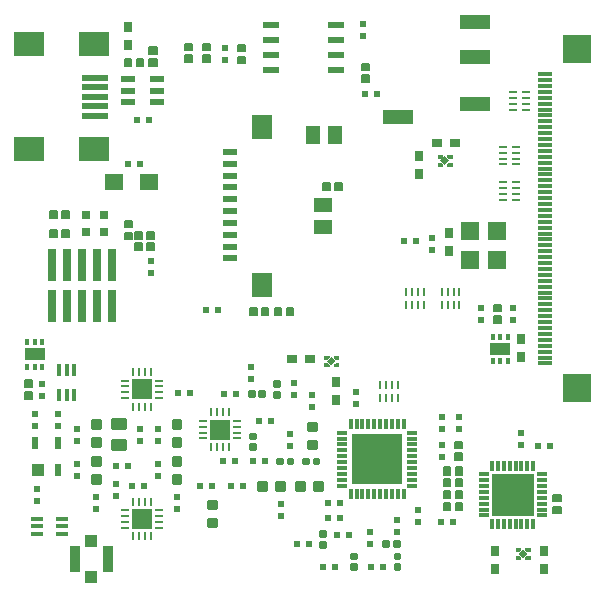
<source format=gtp>
G75*
G70*
%OFA0B0*%
%FSLAX24Y24*%
%IPPOS*%
%LPD*%
%AMOC8*
5,1,8,0,0,1.08239X$1,22.5*
%
%ADD10R,0.0138X0.0236*%
%ADD11R,0.0669X0.0433*%
%ADD12R,0.0236X0.0236*%
%ADD13C,0.0055*%
%ADD14R,0.0315X0.0354*%
%ADD15R,0.0098X0.0276*%
%ADD16R,0.0335X0.0118*%
%ADD17R,0.0118X0.0335*%
%ADD18R,0.1417X0.1417*%
%ADD19R,0.1673X0.1673*%
%ADD20R,0.0571X0.0236*%
%ADD21R,0.0472X0.0118*%
%ADD22R,0.0945X0.0945*%
%ADD23R,0.0984X0.0472*%
%ADD24R,0.0984X0.0787*%
%ADD25R,0.0906X0.0197*%
%ADD26R,0.0591X0.0630*%
%ADD27R,0.0630X0.0551*%
%ADD28C,0.0125*%
%ADD29C,0.0088*%
%ADD30R,0.0315X0.0098*%
%ADD31R,0.0098X0.0315*%
%ADD32R,0.0689X0.0689*%
%ADD33R,0.0413X0.0157*%
%ADD34R,0.0157X0.0413*%
%ADD35C,0.0100*%
%ADD36C,0.0004*%
%ADD37R,0.0205X0.0205*%
%ADD38R,0.0354X0.0315*%
%ADD39R,0.0335X0.0866*%
%ADD40R,0.0394X0.0413*%
%ADD41R,0.0472X0.0236*%
%ADD42R,0.0315X0.0315*%
%ADD43R,0.0413X0.0433*%
%ADD44R,0.0236X0.0433*%
%ADD45R,0.0276X0.0098*%
%ADD46R,0.0512X0.0591*%
%ADD47R,0.0591X0.0512*%
%ADD48R,0.0256X0.1091*%
%ADD49R,0.0512X0.0236*%
%ADD50R,0.0709X0.0787*%
D10*
X001740Y007533D03*
X001996Y007533D03*
X002252Y007533D03*
X002252Y008359D03*
X001996Y008359D03*
X001740Y008359D03*
X017260Y008540D03*
X017516Y008540D03*
X017772Y008540D03*
X017772Y007714D03*
X017516Y007714D03*
X017260Y007714D03*
D11*
X017516Y008127D03*
X001996Y007946D03*
D12*
X002244Y006969D03*
X002244Y006569D03*
X002004Y005957D03*
X002004Y005557D03*
X002791Y005557D03*
X002791Y005957D03*
X003421Y005445D03*
X003421Y005045D03*
X003421Y004303D03*
X003421Y003903D03*
X004051Y003201D03*
X004051Y002801D03*
X004721Y003234D03*
X004721Y003634D03*
X004717Y004222D03*
X005117Y004222D03*
X005245Y003576D03*
X005645Y003576D03*
X006098Y003903D03*
X006098Y004303D03*
X006098Y005045D03*
X006098Y005445D03*
X005508Y005445D03*
X005508Y005045D03*
X006769Y006670D03*
X007169Y006670D03*
X008300Y006623D03*
X008700Y006623D03*
X009209Y007132D03*
X009209Y007532D03*
X010626Y006981D03*
X010626Y006581D03*
X011256Y006587D03*
X011256Y006187D03*
X010508Y005288D03*
X010508Y004888D03*
X009881Y005718D03*
X009481Y005718D03*
X009284Y004379D03*
X009684Y004379D03*
X008661Y004379D03*
X008261Y004379D03*
X008536Y003552D03*
X008936Y003552D03*
X007913Y003552D03*
X007513Y003552D03*
X006728Y003201D03*
X006728Y002801D03*
X010193Y002965D03*
X010193Y002565D03*
X010741Y001623D03*
X011141Y001623D03*
X011607Y000875D03*
X012007Y000875D03*
X012080Y001938D03*
X012480Y001938D03*
X012165Y002489D03*
X011765Y002489D03*
X011765Y003001D03*
X012165Y003001D03*
X013185Y002020D03*
X013185Y001620D03*
X013221Y000875D03*
X013621Y000875D03*
X014091Y002014D03*
X014091Y002414D03*
X014760Y002368D03*
X014760Y002768D03*
X015544Y002371D03*
X015944Y002371D03*
X015587Y004533D03*
X015587Y004933D03*
X015587Y005478D03*
X015587Y005878D03*
X016138Y005878D03*
X016138Y005478D03*
X018224Y005327D03*
X018224Y004927D03*
X018772Y004891D03*
X019172Y004891D03*
X017949Y009100D03*
X017949Y009500D03*
X016886Y009500D03*
X016886Y009100D03*
X015232Y011423D03*
X015232Y011823D03*
X014724Y011741D03*
X014324Y011741D03*
X013424Y016623D03*
X013024Y016623D03*
X012949Y018549D03*
X012949Y018949D03*
X008343Y018162D03*
X008343Y017762D03*
X005802Y015757D03*
X005402Y015757D03*
X005503Y014300D03*
X005103Y014300D03*
X005862Y011075D03*
X005862Y010675D03*
X007709Y009418D03*
X008109Y009418D03*
X012724Y006705D03*
X012724Y006305D03*
X002083Y003477D03*
X002083Y003077D03*
D13*
X001903Y006473D02*
X001663Y006473D01*
X001663Y006695D01*
X001903Y006695D01*
X001903Y006473D01*
X001903Y006527D02*
X001663Y006527D01*
X001663Y006581D02*
X001903Y006581D01*
X001903Y006635D02*
X001663Y006635D01*
X001663Y006689D02*
X001903Y006689D01*
X001903Y006866D02*
X001663Y006866D01*
X001663Y007088D01*
X001903Y007088D01*
X001903Y006866D01*
X001903Y006920D02*
X001663Y006920D01*
X001663Y006974D02*
X001903Y006974D01*
X001903Y007028D02*
X001663Y007028D01*
X001663Y007082D02*
X001903Y007082D01*
X005358Y011424D02*
X005358Y011664D01*
X005580Y011664D01*
X005580Y011424D01*
X005358Y011424D01*
X005358Y011478D02*
X005580Y011478D01*
X005580Y011532D02*
X005358Y011532D01*
X005358Y011586D02*
X005580Y011586D01*
X005580Y011640D02*
X005358Y011640D01*
X005580Y011779D02*
X005580Y012019D01*
X005580Y011779D02*
X005358Y011779D01*
X005358Y012019D01*
X005580Y012019D01*
X005580Y011833D02*
X005358Y011833D01*
X005358Y011887D02*
X005580Y011887D01*
X005580Y011941D02*
X005358Y011941D01*
X005358Y011995D02*
X005580Y011995D01*
X005973Y012019D02*
X005973Y011779D01*
X005751Y011779D01*
X005751Y012019D01*
X005973Y012019D01*
X005973Y011833D02*
X005751Y011833D01*
X005751Y011887D02*
X005973Y011887D01*
X005973Y011941D02*
X005751Y011941D01*
X005751Y011995D02*
X005973Y011995D01*
X005751Y011664D02*
X005751Y011424D01*
X005751Y011664D02*
X005973Y011664D01*
X005973Y011424D01*
X005751Y011424D01*
X005751Y011478D02*
X005973Y011478D01*
X005973Y011532D02*
X005751Y011532D01*
X005751Y011586D02*
X005973Y011586D01*
X005973Y011640D02*
X005751Y011640D01*
X005234Y012010D02*
X004994Y012010D01*
X005234Y012010D02*
X005234Y011788D01*
X004994Y011788D01*
X004994Y012010D01*
X004994Y011842D02*
X005234Y011842D01*
X005234Y011896D02*
X004994Y011896D01*
X004994Y011950D02*
X005234Y011950D01*
X005234Y012004D02*
X004994Y012004D01*
X004994Y012403D02*
X005234Y012403D01*
X005234Y012181D01*
X004994Y012181D01*
X004994Y012403D01*
X004994Y012235D02*
X005234Y012235D01*
X005234Y012289D02*
X004994Y012289D01*
X004994Y012343D02*
X005234Y012343D01*
X005234Y012397D02*
X004994Y012397D01*
X002917Y012487D02*
X002917Y012727D01*
X003139Y012727D01*
X003139Y012487D01*
X002917Y012487D01*
X002917Y012541D02*
X003139Y012541D01*
X003139Y012595D02*
X002917Y012595D01*
X002917Y012649D02*
X003139Y012649D01*
X003139Y012703D02*
X002917Y012703D01*
X002523Y012727D02*
X002523Y012487D01*
X002523Y012727D02*
X002745Y012727D01*
X002745Y012487D01*
X002523Y012487D01*
X002523Y012541D02*
X002745Y012541D01*
X002745Y012595D02*
X002523Y012595D01*
X002523Y012649D02*
X002745Y012649D01*
X002745Y012703D02*
X002523Y012703D01*
X002523Y012097D02*
X002523Y011857D01*
X002523Y012097D02*
X002745Y012097D01*
X002745Y011857D01*
X002523Y011857D01*
X002523Y011911D02*
X002745Y011911D01*
X002745Y011965D02*
X002523Y011965D01*
X002523Y012019D02*
X002745Y012019D01*
X002745Y012073D02*
X002523Y012073D01*
X002917Y012097D02*
X002917Y011857D01*
X002917Y012097D02*
X003139Y012097D01*
X003139Y011857D01*
X002917Y011857D01*
X002917Y011911D02*
X003139Y011911D01*
X003139Y011965D02*
X002917Y011965D01*
X002917Y012019D02*
X003139Y012019D01*
X003139Y012073D02*
X002917Y012073D01*
X005225Y017566D02*
X005225Y017806D01*
X005225Y017566D02*
X005003Y017566D01*
X005003Y017806D01*
X005225Y017806D01*
X005225Y017620D02*
X005003Y017620D01*
X005003Y017674D02*
X005225Y017674D01*
X005225Y017728D02*
X005003Y017728D01*
X005003Y017782D02*
X005225Y017782D01*
X005619Y017806D02*
X005619Y017566D01*
X005397Y017566D01*
X005397Y017806D01*
X005619Y017806D01*
X005619Y017620D02*
X005397Y017620D01*
X005397Y017674D02*
X005619Y017674D01*
X005619Y017728D02*
X005397Y017728D01*
X005397Y017782D02*
X005619Y017782D01*
X005821Y017797D02*
X006061Y017797D01*
X006061Y017575D01*
X005821Y017575D01*
X005821Y017797D01*
X005821Y017629D02*
X006061Y017629D01*
X006061Y017683D02*
X005821Y017683D01*
X005821Y017737D02*
X006061Y017737D01*
X006061Y017791D02*
X005821Y017791D01*
X005821Y018191D02*
X006061Y018191D01*
X006061Y017969D01*
X005821Y017969D01*
X005821Y018191D01*
X005821Y018023D02*
X006061Y018023D01*
X006061Y018077D02*
X005821Y018077D01*
X005821Y018131D02*
X006061Y018131D01*
X006061Y018185D02*
X005821Y018185D01*
X007002Y018309D02*
X007242Y018309D01*
X007242Y018087D01*
X007002Y018087D01*
X007002Y018309D01*
X007002Y018141D02*
X007242Y018141D01*
X007242Y018195D02*
X007002Y018195D01*
X007002Y018249D02*
X007242Y018249D01*
X007242Y018303D02*
X007002Y018303D01*
X007002Y017915D02*
X007242Y017915D01*
X007242Y017693D01*
X007002Y017693D01*
X007002Y017915D01*
X007002Y017747D02*
X007242Y017747D01*
X007242Y017801D02*
X007002Y017801D01*
X007002Y017855D02*
X007242Y017855D01*
X007242Y017909D02*
X007002Y017909D01*
X007593Y017693D02*
X007833Y017693D01*
X007593Y017693D02*
X007593Y017915D01*
X007833Y017915D01*
X007833Y017693D01*
X007833Y017747D02*
X007593Y017747D01*
X007593Y017801D02*
X007833Y017801D01*
X007833Y017855D02*
X007593Y017855D01*
X007593Y017909D02*
X007833Y017909D01*
X007833Y018087D02*
X007593Y018087D01*
X007593Y018309D01*
X007833Y018309D01*
X007833Y018087D01*
X007833Y018141D02*
X007593Y018141D01*
X007593Y018195D02*
X007833Y018195D01*
X007833Y018249D02*
X007593Y018249D01*
X007593Y018303D02*
X007833Y018303D01*
X008774Y018048D02*
X009014Y018048D01*
X008774Y018048D02*
X008774Y018270D01*
X009014Y018270D01*
X009014Y018048D01*
X009014Y018102D02*
X008774Y018102D01*
X008774Y018156D02*
X009014Y018156D01*
X009014Y018210D02*
X008774Y018210D01*
X008774Y018264D02*
X009014Y018264D01*
X009014Y017654D02*
X008774Y017654D01*
X008774Y017876D01*
X009014Y017876D01*
X009014Y017654D01*
X009014Y017708D02*
X008774Y017708D01*
X008774Y017762D02*
X009014Y017762D01*
X009014Y017816D02*
X008774Y017816D01*
X008774Y017870D02*
X009014Y017870D01*
X012908Y017418D02*
X013148Y017418D01*
X012908Y017418D02*
X012908Y017640D01*
X013148Y017640D01*
X013148Y017418D01*
X013148Y017472D02*
X012908Y017472D01*
X012908Y017526D02*
X013148Y017526D01*
X013148Y017580D02*
X012908Y017580D01*
X012908Y017634D02*
X013148Y017634D01*
X013148Y017024D02*
X012908Y017024D01*
X012908Y017246D01*
X013148Y017246D01*
X013148Y017024D01*
X013148Y017078D02*
X012908Y017078D01*
X012908Y017132D02*
X013148Y017132D01*
X013148Y017186D02*
X012908Y017186D01*
X012908Y017240D02*
X013148Y017240D01*
X012233Y013672D02*
X012233Y013432D01*
X012011Y013432D01*
X012011Y013672D01*
X012233Y013672D01*
X012233Y013486D02*
X012011Y013486D01*
X012011Y013540D02*
X012233Y013540D01*
X012233Y013594D02*
X012011Y013594D01*
X012011Y013648D02*
X012233Y013648D01*
X011839Y013672D02*
X011839Y013432D01*
X011617Y013432D01*
X011617Y013672D01*
X011839Y013672D01*
X011839Y013486D02*
X011617Y013486D01*
X011617Y013540D02*
X011839Y013540D01*
X011839Y013594D02*
X011617Y013594D01*
X011617Y013648D02*
X011839Y013648D01*
X010619Y009499D02*
X010619Y009259D01*
X010397Y009259D01*
X010397Y009499D01*
X010619Y009499D01*
X010619Y009313D02*
X010397Y009313D01*
X010397Y009367D02*
X010619Y009367D01*
X010619Y009421D02*
X010397Y009421D01*
X010397Y009475D02*
X010619Y009475D01*
X010225Y009499D02*
X010225Y009259D01*
X010003Y009259D01*
X010003Y009499D01*
X010225Y009499D01*
X010225Y009313D02*
X010003Y009313D01*
X010003Y009367D02*
X010225Y009367D01*
X010225Y009421D02*
X010003Y009421D01*
X010003Y009475D02*
X010225Y009475D01*
X009792Y009499D02*
X009792Y009259D01*
X009570Y009259D01*
X009570Y009499D01*
X009792Y009499D01*
X009792Y009313D02*
X009570Y009313D01*
X009570Y009367D02*
X009792Y009367D01*
X009792Y009421D02*
X009570Y009421D01*
X009570Y009475D02*
X009792Y009475D01*
X009398Y009499D02*
X009398Y009259D01*
X009176Y009259D01*
X009176Y009499D01*
X009398Y009499D01*
X009398Y009313D02*
X009176Y009313D01*
X009176Y009367D02*
X009398Y009367D01*
X009398Y009421D02*
X009176Y009421D01*
X009176Y009475D02*
X009398Y009475D01*
X015855Y004184D02*
X015855Y003944D01*
X015633Y003944D01*
X015633Y004184D01*
X015855Y004184D01*
X015855Y003998D02*
X015633Y003998D01*
X015633Y004052D02*
X015855Y004052D01*
X015855Y004106D02*
X015633Y004106D01*
X015633Y004160D02*
X015855Y004160D01*
X016249Y004184D02*
X016249Y003944D01*
X016027Y003944D01*
X016027Y004184D01*
X016249Y004184D01*
X016249Y003998D02*
X016027Y003998D01*
X016027Y004052D02*
X016249Y004052D01*
X016249Y004106D02*
X016027Y004106D01*
X016027Y004160D02*
X016249Y004160D01*
X016258Y004425D02*
X016018Y004425D01*
X016018Y004647D01*
X016258Y004647D01*
X016258Y004425D01*
X016258Y004479D02*
X016018Y004479D01*
X016018Y004533D02*
X016258Y004533D01*
X016258Y004587D02*
X016018Y004587D01*
X016018Y004641D02*
X016258Y004641D01*
X016258Y004819D02*
X016018Y004819D01*
X016018Y005041D01*
X016258Y005041D01*
X016258Y004819D01*
X016258Y004873D02*
X016018Y004873D01*
X016018Y004927D02*
X016258Y004927D01*
X016258Y004981D02*
X016018Y004981D01*
X016018Y005035D02*
X016258Y005035D01*
X016249Y003790D02*
X016249Y003550D01*
X016027Y003550D01*
X016027Y003790D01*
X016249Y003790D01*
X016249Y003604D02*
X016027Y003604D01*
X016027Y003658D02*
X016249Y003658D01*
X016249Y003712D02*
X016027Y003712D01*
X016027Y003766D02*
X016249Y003766D01*
X016249Y003397D02*
X016249Y003157D01*
X016027Y003157D01*
X016027Y003397D01*
X016249Y003397D01*
X016249Y003211D02*
X016027Y003211D01*
X016027Y003265D02*
X016249Y003265D01*
X016249Y003319D02*
X016027Y003319D01*
X016027Y003373D02*
X016249Y003373D01*
X016249Y003003D02*
X016249Y002763D01*
X016027Y002763D01*
X016027Y003003D01*
X016249Y003003D01*
X016249Y002817D02*
X016027Y002817D01*
X016027Y002871D02*
X016249Y002871D01*
X016249Y002925D02*
X016027Y002925D01*
X016027Y002979D02*
X016249Y002979D01*
X015855Y003003D02*
X015855Y002763D01*
X015633Y002763D01*
X015633Y003003D01*
X015855Y003003D01*
X015855Y002817D02*
X015633Y002817D01*
X015633Y002871D02*
X015855Y002871D01*
X015855Y002925D02*
X015633Y002925D01*
X015633Y002979D02*
X015855Y002979D01*
X015855Y003157D02*
X015855Y003397D01*
X015855Y003157D02*
X015633Y003157D01*
X015633Y003397D01*
X015855Y003397D01*
X015855Y003211D02*
X015633Y003211D01*
X015633Y003265D02*
X015855Y003265D01*
X015855Y003319D02*
X015633Y003319D01*
X015633Y003373D02*
X015855Y003373D01*
X015855Y003550D02*
X015855Y003790D01*
X015855Y003550D02*
X015633Y003550D01*
X015633Y003790D01*
X015855Y003790D01*
X015855Y003604D02*
X015633Y003604D01*
X015633Y003658D02*
X015855Y003658D01*
X015855Y003712D02*
X015633Y003712D01*
X015633Y003766D02*
X015855Y003766D01*
X019286Y003048D02*
X019526Y003048D01*
X019286Y003048D02*
X019286Y003270D01*
X019526Y003270D01*
X019526Y003048D01*
X019526Y003102D02*
X019286Y003102D01*
X019286Y003156D02*
X019526Y003156D01*
X019526Y003210D02*
X019286Y003210D01*
X019286Y003264D02*
X019526Y003264D01*
X019526Y002654D02*
X019286Y002654D01*
X019286Y002876D01*
X019526Y002876D01*
X019526Y002654D01*
X019526Y002708D02*
X019286Y002708D01*
X019286Y002762D02*
X019526Y002762D01*
X019526Y002816D02*
X019286Y002816D01*
X019286Y002870D02*
X019526Y002870D01*
X017549Y009214D02*
X017309Y009214D01*
X017549Y009214D02*
X017549Y008992D01*
X017309Y008992D01*
X017309Y009214D01*
X017309Y009046D02*
X017549Y009046D01*
X017549Y009100D02*
X017309Y009100D01*
X017309Y009154D02*
X017549Y009154D01*
X017549Y009208D02*
X017309Y009208D01*
X017309Y009608D02*
X017549Y009608D01*
X017549Y009386D01*
X017309Y009386D01*
X017309Y009608D01*
X017309Y009440D02*
X017549Y009440D01*
X017549Y009494D02*
X017309Y009494D01*
X017309Y009548D02*
X017549Y009548D01*
X017549Y009602D02*
X017309Y009602D01*
D14*
X018221Y008478D03*
X018221Y007878D03*
X015823Y011402D03*
X015823Y012002D03*
X014799Y013961D03*
X014799Y014561D03*
X012043Y007041D03*
X012043Y006441D03*
X017358Y001411D03*
X017358Y000811D03*
X018972Y000811D03*
X018972Y001411D03*
X005114Y018252D03*
X005114Y018852D03*
D15*
X014386Y010029D03*
X014583Y010029D03*
X014780Y010029D03*
X014976Y010029D03*
X014976Y009596D03*
X014780Y009596D03*
X014583Y009596D03*
X014386Y009596D03*
X015567Y009596D03*
X015764Y009596D03*
X015961Y009596D03*
X016158Y009596D03*
X016158Y010029D03*
X015961Y010029D03*
X015764Y010029D03*
X015567Y010029D03*
X014095Y006934D03*
X013898Y006934D03*
X013701Y006934D03*
X013504Y006934D03*
X013504Y006501D03*
X013701Y006501D03*
X013898Y006501D03*
X014095Y006501D03*
D16*
X014579Y005340D03*
X014579Y005143D03*
X014579Y004946D03*
X014579Y004749D03*
X014579Y004552D03*
X014579Y004355D03*
X014579Y004159D03*
X014579Y003962D03*
X014579Y003765D03*
X014579Y003568D03*
X016965Y003564D03*
X016965Y003367D03*
X016965Y003170D03*
X016965Y002974D03*
X016965Y002777D03*
X016965Y002580D03*
X016965Y003761D03*
X016965Y003958D03*
X018894Y003958D03*
X018894Y003761D03*
X018894Y003564D03*
X018894Y003367D03*
X018894Y003170D03*
X018894Y002974D03*
X018894Y002777D03*
X018894Y002580D03*
X012256Y003568D03*
X012256Y003765D03*
X012256Y003962D03*
X012256Y004159D03*
X012256Y004355D03*
X012256Y004552D03*
X012256Y004749D03*
X012256Y004946D03*
X012256Y005143D03*
X012256Y005340D03*
D17*
X012532Y005615D03*
X012728Y005615D03*
X012925Y005615D03*
X013122Y005615D03*
X013319Y005615D03*
X013516Y005615D03*
X013713Y005615D03*
X013909Y005615D03*
X014106Y005615D03*
X014303Y005615D03*
X014303Y003292D03*
X014106Y003292D03*
X013909Y003292D03*
X013713Y003292D03*
X013516Y003292D03*
X013319Y003292D03*
X013122Y003292D03*
X012925Y003292D03*
X012728Y003292D03*
X012532Y003292D03*
X017240Y004233D03*
X017437Y004233D03*
X017634Y004233D03*
X017831Y004233D03*
X018028Y004233D03*
X018224Y004233D03*
X018421Y004233D03*
X018618Y004233D03*
X018618Y002304D03*
X018421Y002304D03*
X018224Y002304D03*
X018028Y002304D03*
X017831Y002304D03*
X017634Y002304D03*
X017437Y002304D03*
X017240Y002304D03*
D18*
X017929Y003269D03*
D19*
X013417Y004454D03*
D20*
X012055Y017440D03*
X012055Y017940D03*
X012055Y018440D03*
X012055Y018940D03*
X009890Y018940D03*
X009890Y018440D03*
X009890Y017940D03*
X009890Y017440D03*
D21*
X019002Y017292D03*
X019002Y017096D03*
X019002Y016899D03*
X019002Y016702D03*
X019002Y016505D03*
X019002Y016308D03*
X019002Y016111D03*
X019002Y015914D03*
X019002Y015718D03*
X019002Y015521D03*
X019002Y015324D03*
X019002Y015127D03*
X019002Y014930D03*
X019002Y014733D03*
X019002Y014536D03*
X019002Y014340D03*
X019002Y014143D03*
X019002Y013946D03*
X019002Y013749D03*
X019002Y013552D03*
X019002Y013355D03*
X019002Y013159D03*
X019002Y012962D03*
X019002Y012765D03*
X019002Y012568D03*
X019002Y012371D03*
X019002Y012174D03*
X019002Y011977D03*
X019002Y011781D03*
X019002Y011584D03*
X019002Y011387D03*
X019002Y011190D03*
X019002Y010993D03*
X019002Y010796D03*
X019002Y010599D03*
X019002Y010403D03*
X019002Y010206D03*
X019002Y010009D03*
X019002Y009812D03*
X019002Y009615D03*
X019002Y009418D03*
X019002Y009222D03*
X019002Y009025D03*
X019002Y008828D03*
X019002Y008631D03*
X019002Y008434D03*
X019002Y008237D03*
X019002Y008040D03*
X019002Y007844D03*
X019002Y007647D03*
D22*
X020065Y006820D03*
X020065Y018119D03*
D23*
X016669Y017863D03*
X016669Y019044D03*
X016669Y016288D03*
X014110Y015855D03*
D24*
X003980Y014781D03*
X001815Y014781D03*
X001815Y018285D03*
X003980Y018285D03*
D25*
X004020Y017162D03*
X004020Y016848D03*
X004020Y016533D03*
X004020Y016218D03*
X004020Y015903D03*
D26*
X016512Y012076D03*
X017417Y012076D03*
X017417Y011092D03*
X016512Y011092D03*
D27*
X005823Y013710D03*
X004642Y013710D03*
D28*
X010012Y007019D02*
X010012Y006893D01*
X010012Y007019D02*
X010138Y007019D01*
X010138Y006893D01*
X010012Y006893D01*
X010012Y007017D02*
X010138Y007017D01*
X010012Y006669D02*
X010012Y006543D01*
X010012Y006669D02*
X010138Y006669D01*
X010138Y006543D01*
X010012Y006543D01*
X010012Y006667D02*
X010138Y006667D01*
X009644Y006560D02*
X009518Y006560D01*
X009518Y006686D01*
X009644Y006686D01*
X009644Y006560D01*
X009644Y006684D02*
X009518Y006684D01*
X009294Y006560D02*
X009168Y006560D01*
X009168Y006686D01*
X009294Y006686D01*
X009294Y006560D01*
X009294Y006684D02*
X009168Y006684D01*
X009224Y005278D02*
X009224Y005152D01*
X009224Y005278D02*
X009350Y005278D01*
X009350Y005152D01*
X009224Y005152D01*
X009224Y005276D02*
X009350Y005276D01*
X009224Y004928D02*
X009224Y004802D01*
X009224Y004928D02*
X009350Y004928D01*
X009350Y004802D01*
X009224Y004802D01*
X009224Y004926D02*
X009350Y004926D01*
X010112Y004442D02*
X010238Y004442D01*
X010238Y004316D01*
X010112Y004316D01*
X010112Y004442D01*
X010112Y004440D02*
X010238Y004440D01*
X010462Y004442D02*
X010588Y004442D01*
X010588Y004316D01*
X010462Y004316D01*
X010462Y004442D01*
X010462Y004440D02*
X010588Y004440D01*
X010979Y004442D02*
X011105Y004442D01*
X011105Y004316D01*
X010979Y004316D01*
X010979Y004442D01*
X010979Y004440D02*
X011105Y004440D01*
X011329Y004442D02*
X011455Y004442D01*
X011455Y004316D01*
X011329Y004316D01*
X011329Y004442D01*
X011329Y004440D02*
X011455Y004440D01*
X011673Y002019D02*
X011673Y001893D01*
X011547Y001893D01*
X011547Y002019D01*
X011673Y002019D01*
X011673Y002017D02*
X011547Y002017D01*
X011673Y001669D02*
X011673Y001543D01*
X011547Y001543D01*
X011547Y001669D01*
X011673Y001669D01*
X011673Y001667D02*
X011547Y001667D01*
X012697Y001271D02*
X012697Y001145D01*
X012571Y001145D01*
X012571Y001271D01*
X012697Y001271D01*
X012697Y001269D02*
X012571Y001269D01*
X012697Y000921D02*
X012697Y000795D01*
X012571Y000795D01*
X012571Y000921D01*
X012697Y000921D01*
X012697Y000919D02*
X012571Y000919D01*
X013656Y001560D02*
X013782Y001560D01*
X013656Y001560D02*
X013656Y001686D01*
X013782Y001686D01*
X013782Y001560D01*
X013782Y001684D02*
X013656Y001684D01*
X014006Y001560D02*
X014132Y001560D01*
X014006Y001560D02*
X014006Y001686D01*
X014132Y001686D01*
X014132Y001560D01*
X014132Y001684D02*
X014006Y001684D01*
X014154Y001271D02*
X014154Y001145D01*
X014028Y001145D01*
X014028Y001271D01*
X014154Y001271D01*
X014154Y001269D02*
X014028Y001269D01*
X014154Y000921D02*
X014154Y000795D01*
X014028Y000795D01*
X014028Y000921D01*
X014154Y000921D01*
X014154Y000919D02*
X014028Y000919D01*
D29*
X011569Y003683D02*
X011307Y003683D01*
X011569Y003683D02*
X011569Y003421D01*
X011307Y003421D01*
X011307Y003683D01*
X011307Y003508D02*
X011569Y003508D01*
X011569Y003595D02*
X011307Y003595D01*
X011307Y003682D02*
X011569Y003682D01*
X010969Y003683D02*
X010707Y003683D01*
X010969Y003683D02*
X010969Y003421D01*
X010707Y003421D01*
X010707Y003683D01*
X010707Y003508D02*
X010969Y003508D01*
X010969Y003595D02*
X010707Y003595D01*
X010707Y003682D02*
X010969Y003682D01*
X010309Y003683D02*
X010047Y003683D01*
X010309Y003683D02*
X010309Y003421D01*
X010047Y003421D01*
X010047Y003683D01*
X010047Y003508D02*
X010309Y003508D01*
X010309Y003595D02*
X010047Y003595D01*
X010047Y003682D02*
X010309Y003682D01*
X009709Y003683D02*
X009447Y003683D01*
X009709Y003683D02*
X009709Y003421D01*
X009447Y003421D01*
X009447Y003683D01*
X009447Y003508D02*
X009709Y003508D01*
X009709Y003595D02*
X009447Y003595D01*
X009447Y003682D02*
X009709Y003682D01*
X011387Y004814D02*
X011387Y005076D01*
X011387Y004814D02*
X011125Y004814D01*
X011125Y005076D01*
X011387Y005076D01*
X011387Y004901D02*
X011125Y004901D01*
X011125Y004988D02*
X011387Y004988D01*
X011387Y005075D02*
X011125Y005075D01*
X011387Y005414D02*
X011387Y005676D01*
X011387Y005414D02*
X011125Y005414D01*
X011125Y005676D01*
X011387Y005676D01*
X011387Y005501D02*
X011125Y005501D01*
X011125Y005588D02*
X011387Y005588D01*
X011387Y005675D02*
X011125Y005675D01*
X008040Y003078D02*
X008040Y002816D01*
X007778Y002816D01*
X007778Y003078D01*
X008040Y003078D01*
X008040Y002903D02*
X007778Y002903D01*
X007778Y002990D02*
X008040Y002990D01*
X008040Y003077D02*
X007778Y003077D01*
X008040Y002478D02*
X008040Y002216D01*
X007778Y002216D01*
X007778Y002478D01*
X008040Y002478D01*
X008040Y002303D02*
X007778Y002303D01*
X007778Y002390D02*
X008040Y002390D01*
X008040Y002477D02*
X007778Y002477D01*
X006859Y003672D02*
X006859Y003934D01*
X006859Y003672D02*
X006597Y003672D01*
X006597Y003934D01*
X006859Y003934D01*
X006859Y003759D02*
X006597Y003759D01*
X006597Y003846D02*
X006859Y003846D01*
X006859Y003933D02*
X006597Y003933D01*
X006859Y004272D02*
X006859Y004534D01*
X006859Y004272D02*
X006597Y004272D01*
X006597Y004534D01*
X006859Y004534D01*
X006859Y004359D02*
X006597Y004359D01*
X006597Y004446D02*
X006859Y004446D01*
X006859Y004533D02*
X006597Y004533D01*
X006859Y004893D02*
X006859Y005155D01*
X006859Y004893D02*
X006597Y004893D01*
X006597Y005155D01*
X006859Y005155D01*
X006859Y004980D02*
X006597Y004980D01*
X006597Y005067D02*
X006859Y005067D01*
X006859Y005154D02*
X006597Y005154D01*
X006859Y005493D02*
X006859Y005755D01*
X006859Y005493D02*
X006597Y005493D01*
X006597Y005755D01*
X006859Y005755D01*
X006859Y005580D02*
X006597Y005580D01*
X006597Y005667D02*
X006859Y005667D01*
X006859Y005754D02*
X006597Y005754D01*
X004182Y005755D02*
X004182Y005493D01*
X003920Y005493D01*
X003920Y005755D01*
X004182Y005755D01*
X004182Y005580D02*
X003920Y005580D01*
X003920Y005667D02*
X004182Y005667D01*
X004182Y005754D02*
X003920Y005754D01*
X004182Y005155D02*
X004182Y004893D01*
X003920Y004893D01*
X003920Y005155D01*
X004182Y005155D01*
X004182Y004980D02*
X003920Y004980D01*
X003920Y005067D02*
X004182Y005067D01*
X004182Y005154D02*
X003920Y005154D01*
X004182Y004534D02*
X004182Y004272D01*
X003920Y004272D01*
X003920Y004534D01*
X004182Y004534D01*
X004182Y004359D02*
X003920Y004359D01*
X003920Y004446D02*
X004182Y004446D01*
X004182Y004533D02*
X003920Y004533D01*
X004182Y003934D02*
X004182Y003672D01*
X003920Y003672D01*
X003920Y003934D01*
X004182Y003934D01*
X004182Y003759D02*
X003920Y003759D01*
X003920Y003846D02*
X004182Y003846D01*
X004182Y003933D02*
X003920Y003933D01*
D30*
X005016Y002745D03*
X005016Y002548D03*
X005016Y002351D03*
X005016Y002155D03*
X006158Y002155D03*
X006158Y002351D03*
X006158Y002548D03*
X006158Y002745D03*
X007614Y005147D03*
X007614Y005344D03*
X007614Y005540D03*
X007614Y005737D03*
X008756Y005737D03*
X008756Y005540D03*
X008756Y005344D03*
X008756Y005147D03*
X006158Y006485D03*
X006158Y006682D03*
X006158Y006879D03*
X006158Y007076D03*
X005016Y007076D03*
X005016Y006879D03*
X005016Y006682D03*
X005016Y006485D03*
D31*
X005291Y006210D03*
X005488Y006210D03*
X005685Y006210D03*
X005882Y006210D03*
X005882Y007351D03*
X005685Y007351D03*
X005488Y007351D03*
X005291Y007351D03*
X007890Y006013D03*
X008087Y006013D03*
X008283Y006013D03*
X008480Y006013D03*
X008480Y004871D03*
X008283Y004871D03*
X008087Y004871D03*
X007890Y004871D03*
X005882Y003021D03*
X005685Y003021D03*
X005488Y003021D03*
X005291Y003021D03*
X005291Y001879D03*
X005488Y001879D03*
X005685Y001879D03*
X005882Y001879D03*
D32*
X005587Y002450D03*
X008185Y005442D03*
X005587Y006781D03*
D33*
X002071Y001958D03*
X002071Y002214D03*
X002071Y002470D03*
X002898Y002470D03*
X002898Y002214D03*
X002898Y001958D03*
D34*
X002811Y006603D03*
X003067Y006603D03*
X003323Y006603D03*
X003323Y007430D03*
X003067Y007430D03*
X002811Y007430D03*
D35*
X005024Y005785D02*
X005024Y005485D01*
X004574Y005485D01*
X004574Y005785D01*
X005024Y005785D01*
X005024Y005584D02*
X004574Y005584D01*
X004574Y005683D02*
X005024Y005683D01*
X005024Y005782D02*
X004574Y005782D01*
X005024Y005085D02*
X005024Y004785D01*
X004574Y004785D01*
X004574Y005085D01*
X005024Y005085D01*
X005024Y004884D02*
X004574Y004884D01*
X004574Y004983D02*
X005024Y004983D01*
X005024Y005082D02*
X004574Y005082D01*
D36*
X011650Y007546D02*
X011650Y007649D01*
X011744Y007649D01*
X011803Y007590D01*
X011803Y007546D01*
X011650Y007546D01*
X011650Y007547D02*
X011803Y007547D01*
X011803Y007549D02*
X011650Y007549D01*
X011650Y007552D02*
X011803Y007552D01*
X011803Y007554D02*
X011650Y007554D01*
X011650Y007557D02*
X011803Y007557D01*
X011803Y007559D02*
X011650Y007559D01*
X011650Y007561D02*
X011803Y007561D01*
X011803Y007564D02*
X011650Y007564D01*
X011650Y007566D02*
X011803Y007566D01*
X011803Y007569D02*
X011650Y007569D01*
X011650Y007571D02*
X011803Y007571D01*
X011803Y007574D02*
X011650Y007574D01*
X011650Y007576D02*
X011803Y007576D01*
X011803Y007578D02*
X011650Y007578D01*
X011650Y007581D02*
X011803Y007581D01*
X011803Y007583D02*
X011650Y007583D01*
X011650Y007586D02*
X011803Y007586D01*
X011803Y007588D02*
X011650Y007588D01*
X011650Y007591D02*
X011802Y007591D01*
X011800Y007593D02*
X011650Y007593D01*
X011650Y007596D02*
X011797Y007596D01*
X011795Y007598D02*
X011650Y007598D01*
X011650Y007600D02*
X011792Y007600D01*
X011790Y007603D02*
X011650Y007603D01*
X011650Y007605D02*
X011788Y007605D01*
X011785Y007608D02*
X011650Y007608D01*
X011650Y007610D02*
X011783Y007610D01*
X011780Y007613D02*
X011650Y007613D01*
X011650Y007615D02*
X011778Y007615D01*
X011775Y007617D02*
X011650Y007617D01*
X011650Y007620D02*
X011773Y007620D01*
X011770Y007622D02*
X011650Y007622D01*
X011650Y007625D02*
X011768Y007625D01*
X011766Y007627D02*
X011650Y007627D01*
X011650Y007630D02*
X011763Y007630D01*
X011761Y007632D02*
X011650Y007632D01*
X011650Y007635D02*
X011758Y007635D01*
X011756Y007637D02*
X011650Y007637D01*
X011650Y007639D02*
X011753Y007639D01*
X011751Y007642D02*
X011650Y007642D01*
X011650Y007644D02*
X011749Y007644D01*
X011746Y007647D02*
X011650Y007647D01*
X011650Y007802D02*
X011650Y007905D01*
X011803Y007905D01*
X011803Y007861D01*
X011650Y007861D01*
X011650Y007859D02*
X011801Y007859D01*
X011803Y007861D02*
X011744Y007802D01*
X011650Y007802D01*
X011650Y007803D02*
X011745Y007803D01*
X011747Y007805D02*
X011650Y007805D01*
X011650Y007808D02*
X011749Y007808D01*
X011752Y007810D02*
X011650Y007810D01*
X011650Y007812D02*
X011754Y007812D01*
X011757Y007815D02*
X011650Y007815D01*
X011650Y007817D02*
X011759Y007817D01*
X011762Y007820D02*
X011650Y007820D01*
X011650Y007822D02*
X011764Y007822D01*
X011767Y007825D02*
X011650Y007825D01*
X011650Y007827D02*
X011769Y007827D01*
X011771Y007830D02*
X011650Y007830D01*
X011650Y007832D02*
X011774Y007832D01*
X011776Y007834D02*
X011650Y007834D01*
X011650Y007837D02*
X011779Y007837D01*
X011781Y007839D02*
X011650Y007839D01*
X011650Y007842D02*
X011784Y007842D01*
X011786Y007844D02*
X011650Y007844D01*
X011650Y007847D02*
X011788Y007847D01*
X011791Y007849D02*
X011650Y007849D01*
X011650Y007851D02*
X011793Y007851D01*
X011796Y007854D02*
X011650Y007854D01*
X011650Y007856D02*
X011798Y007856D01*
X011803Y007864D02*
X011650Y007864D01*
X011650Y007866D02*
X011803Y007866D01*
X011803Y007869D02*
X011650Y007869D01*
X011650Y007871D02*
X011803Y007871D01*
X011803Y007873D02*
X011650Y007873D01*
X011650Y007876D02*
X011803Y007876D01*
X011803Y007878D02*
X011650Y007878D01*
X011650Y007881D02*
X011803Y007881D01*
X011803Y007883D02*
X011650Y007883D01*
X011650Y007886D02*
X011803Y007886D01*
X011803Y007888D02*
X011650Y007888D01*
X011650Y007890D02*
X011803Y007890D01*
X011803Y007893D02*
X011650Y007893D01*
X011650Y007895D02*
X011803Y007895D01*
X011803Y007898D02*
X011650Y007898D01*
X011650Y007900D02*
X011803Y007900D01*
X011803Y007903D02*
X011650Y007903D01*
X011969Y007903D02*
X012122Y007903D01*
X012122Y007905D02*
X012122Y007802D01*
X012028Y007802D01*
X011969Y007861D01*
X012122Y007861D01*
X012122Y007859D02*
X011971Y007859D01*
X011969Y007861D02*
X011969Y007905D01*
X012122Y007905D01*
X012122Y007900D02*
X011969Y007900D01*
X011969Y007898D02*
X012122Y007898D01*
X012122Y007895D02*
X011969Y007895D01*
X011969Y007893D02*
X012122Y007893D01*
X012122Y007890D02*
X011969Y007890D01*
X011969Y007888D02*
X012122Y007888D01*
X012122Y007886D02*
X011969Y007886D01*
X011969Y007883D02*
X012122Y007883D01*
X012122Y007881D02*
X011969Y007881D01*
X011969Y007878D02*
X012122Y007878D01*
X012122Y007876D02*
X011969Y007876D01*
X011969Y007873D02*
X012122Y007873D01*
X012122Y007871D02*
X011969Y007871D01*
X011969Y007869D02*
X012122Y007869D01*
X012122Y007866D02*
X011969Y007866D01*
X011969Y007864D02*
X012122Y007864D01*
X012122Y007856D02*
X011974Y007856D01*
X011976Y007854D02*
X012122Y007854D01*
X012122Y007851D02*
X011978Y007851D01*
X011981Y007849D02*
X012122Y007849D01*
X012122Y007847D02*
X011983Y007847D01*
X011986Y007844D02*
X012122Y007844D01*
X012122Y007842D02*
X011988Y007842D01*
X011991Y007839D02*
X012122Y007839D01*
X012122Y007837D02*
X011993Y007837D01*
X011995Y007834D02*
X012122Y007834D01*
X012122Y007832D02*
X011998Y007832D01*
X012000Y007830D02*
X012122Y007830D01*
X012122Y007827D02*
X012003Y007827D01*
X012005Y007825D02*
X012122Y007825D01*
X012122Y007822D02*
X012008Y007822D01*
X012010Y007820D02*
X012122Y007820D01*
X012122Y007817D02*
X012013Y007817D01*
X012015Y007815D02*
X012122Y007815D01*
X012122Y007812D02*
X012017Y007812D01*
X012020Y007810D02*
X012122Y007810D01*
X012122Y007808D02*
X012022Y007808D01*
X012025Y007805D02*
X012122Y007805D01*
X012122Y007803D02*
X012027Y007803D01*
X012028Y007649D02*
X012122Y007649D01*
X012122Y007546D01*
X011969Y007546D01*
X011969Y007590D01*
X012028Y007649D01*
X012026Y007647D02*
X012122Y007647D01*
X012122Y007644D02*
X012023Y007644D01*
X012021Y007642D02*
X012122Y007642D01*
X012122Y007639D02*
X012018Y007639D01*
X012016Y007637D02*
X012122Y007637D01*
X012122Y007635D02*
X012013Y007635D01*
X012011Y007632D02*
X012122Y007632D01*
X012122Y007630D02*
X012009Y007630D01*
X012006Y007627D02*
X012122Y007627D01*
X012122Y007625D02*
X012004Y007625D01*
X012001Y007622D02*
X012122Y007622D01*
X012122Y007620D02*
X011999Y007620D01*
X011996Y007617D02*
X012122Y007617D01*
X012122Y007615D02*
X011994Y007615D01*
X011991Y007613D02*
X012122Y007613D01*
X012122Y007610D02*
X011989Y007610D01*
X011987Y007608D02*
X012122Y007608D01*
X012122Y007605D02*
X011984Y007605D01*
X011982Y007603D02*
X012122Y007603D01*
X012122Y007600D02*
X011979Y007600D01*
X011977Y007598D02*
X012122Y007598D01*
X012122Y007596D02*
X011974Y007596D01*
X011972Y007593D02*
X012122Y007593D01*
X012122Y007591D02*
X011970Y007591D01*
X011969Y007588D02*
X012122Y007588D01*
X012122Y007586D02*
X011969Y007586D01*
X011969Y007583D02*
X012122Y007583D01*
X012122Y007581D02*
X011969Y007581D01*
X011969Y007578D02*
X012122Y007578D01*
X012122Y007576D02*
X011969Y007576D01*
X011969Y007574D02*
X012122Y007574D01*
X012122Y007571D02*
X011969Y007571D01*
X011969Y007569D02*
X012122Y007569D01*
X012122Y007566D02*
X011969Y007566D01*
X011969Y007564D02*
X012122Y007564D01*
X012122Y007561D02*
X011969Y007561D01*
X011969Y007559D02*
X012122Y007559D01*
X012122Y007557D02*
X011969Y007557D01*
X011969Y007554D02*
X012122Y007554D01*
X012122Y007552D02*
X011969Y007552D01*
X011969Y007549D02*
X012122Y007549D01*
X012122Y007547D02*
X011969Y007547D01*
X018028Y001487D02*
X018028Y001385D01*
X018122Y001385D01*
X018181Y001444D01*
X018028Y001444D01*
X018028Y001446D02*
X018181Y001446D01*
X018181Y001444D02*
X018181Y001487D01*
X018028Y001487D01*
X018028Y001485D02*
X018181Y001485D01*
X018181Y001483D02*
X018028Y001483D01*
X018028Y001480D02*
X018181Y001480D01*
X018181Y001478D02*
X018028Y001478D01*
X018028Y001476D02*
X018181Y001476D01*
X018181Y001473D02*
X018028Y001473D01*
X018028Y001471D02*
X018181Y001471D01*
X018181Y001468D02*
X018028Y001468D01*
X018028Y001466D02*
X018181Y001466D01*
X018181Y001463D02*
X018028Y001463D01*
X018028Y001461D02*
X018181Y001461D01*
X018181Y001459D02*
X018028Y001459D01*
X018028Y001456D02*
X018181Y001456D01*
X018181Y001454D02*
X018028Y001454D01*
X018028Y001451D02*
X018181Y001451D01*
X018181Y001449D02*
X018028Y001449D01*
X018028Y001441D02*
X018179Y001441D01*
X018176Y001439D02*
X018028Y001439D01*
X018028Y001437D02*
X018174Y001437D01*
X018171Y001434D02*
X018028Y001434D01*
X018028Y001432D02*
X018169Y001432D01*
X018166Y001429D02*
X018028Y001429D01*
X018028Y001427D02*
X018164Y001427D01*
X018162Y001424D02*
X018028Y001424D01*
X018028Y001422D02*
X018159Y001422D01*
X018157Y001420D02*
X018028Y001420D01*
X018028Y001417D02*
X018154Y001417D01*
X018152Y001415D02*
X018028Y001415D01*
X018028Y001412D02*
X018149Y001412D01*
X018147Y001410D02*
X018028Y001410D01*
X018028Y001407D02*
X018145Y001407D01*
X018142Y001405D02*
X018028Y001405D01*
X018028Y001402D02*
X018140Y001402D01*
X018137Y001400D02*
X018028Y001400D01*
X018028Y001398D02*
X018135Y001398D01*
X018132Y001395D02*
X018028Y001395D01*
X018028Y001393D02*
X018130Y001393D01*
X018127Y001390D02*
X018028Y001390D01*
X018028Y001388D02*
X018125Y001388D01*
X018123Y001385D02*
X018028Y001385D01*
X018028Y001231D02*
X018028Y001129D01*
X018181Y001129D01*
X018181Y001172D01*
X018122Y001231D01*
X018028Y001231D01*
X018028Y001229D02*
X018124Y001229D01*
X018126Y001227D02*
X018028Y001227D01*
X018028Y001225D02*
X018129Y001225D01*
X018131Y001222D02*
X018028Y001222D01*
X018028Y001220D02*
X018134Y001220D01*
X018136Y001217D02*
X018028Y001217D01*
X018028Y001215D02*
X018139Y001215D01*
X018141Y001212D02*
X018028Y001212D01*
X018028Y001210D02*
X018144Y001210D01*
X018146Y001207D02*
X018028Y001207D01*
X018028Y001205D02*
X018148Y001205D01*
X018151Y001203D02*
X018028Y001203D01*
X018028Y001200D02*
X018153Y001200D01*
X018156Y001198D02*
X018028Y001198D01*
X018028Y001195D02*
X018158Y001195D01*
X018161Y001193D02*
X018028Y001193D01*
X018028Y001190D02*
X018163Y001190D01*
X018165Y001188D02*
X018028Y001188D01*
X018028Y001186D02*
X018168Y001186D01*
X018170Y001183D02*
X018028Y001183D01*
X018028Y001181D02*
X018173Y001181D01*
X018175Y001178D02*
X018028Y001178D01*
X018028Y001176D02*
X018178Y001176D01*
X018180Y001173D02*
X018028Y001173D01*
X018028Y001171D02*
X018181Y001171D01*
X018181Y001169D02*
X018028Y001169D01*
X018028Y001166D02*
X018181Y001166D01*
X018181Y001164D02*
X018028Y001164D01*
X018028Y001161D02*
X018181Y001161D01*
X018181Y001159D02*
X018028Y001159D01*
X018028Y001156D02*
X018181Y001156D01*
X018181Y001154D02*
X018028Y001154D01*
X018028Y001151D02*
X018181Y001151D01*
X018181Y001149D02*
X018028Y001149D01*
X018028Y001147D02*
X018181Y001147D01*
X018181Y001144D02*
X018028Y001144D01*
X018028Y001142D02*
X018181Y001142D01*
X018181Y001139D02*
X018028Y001139D01*
X018028Y001137D02*
X018181Y001137D01*
X018181Y001134D02*
X018028Y001134D01*
X018028Y001132D02*
X018181Y001132D01*
X018181Y001130D02*
X018028Y001130D01*
X018346Y001130D02*
X018500Y001130D01*
X018500Y001129D02*
X018500Y001231D01*
X018406Y001231D01*
X018346Y001172D01*
X018346Y001129D01*
X018500Y001129D01*
X018500Y001132D02*
X018346Y001132D01*
X018346Y001134D02*
X018500Y001134D01*
X018500Y001137D02*
X018346Y001137D01*
X018346Y001139D02*
X018500Y001139D01*
X018500Y001142D02*
X018346Y001142D01*
X018346Y001144D02*
X018500Y001144D01*
X018500Y001147D02*
X018346Y001147D01*
X018346Y001149D02*
X018500Y001149D01*
X018500Y001151D02*
X018346Y001151D01*
X018346Y001154D02*
X018500Y001154D01*
X018500Y001156D02*
X018346Y001156D01*
X018346Y001159D02*
X018500Y001159D01*
X018500Y001161D02*
X018346Y001161D01*
X018346Y001164D02*
X018500Y001164D01*
X018500Y001166D02*
X018346Y001166D01*
X018346Y001169D02*
X018500Y001169D01*
X018500Y001171D02*
X018346Y001171D01*
X018348Y001173D02*
X018500Y001173D01*
X018500Y001176D02*
X018350Y001176D01*
X018352Y001178D02*
X018500Y001178D01*
X018500Y001181D02*
X018355Y001181D01*
X018357Y001183D02*
X018500Y001183D01*
X018500Y001186D02*
X018360Y001186D01*
X018362Y001188D02*
X018500Y001188D01*
X018500Y001190D02*
X018365Y001190D01*
X018367Y001193D02*
X018500Y001193D01*
X018500Y001195D02*
X018369Y001195D01*
X018372Y001198D02*
X018500Y001198D01*
X018500Y001200D02*
X018374Y001200D01*
X018377Y001203D02*
X018500Y001203D01*
X018500Y001205D02*
X018379Y001205D01*
X018382Y001207D02*
X018500Y001207D01*
X018500Y001210D02*
X018384Y001210D01*
X018387Y001212D02*
X018500Y001212D01*
X018500Y001215D02*
X018389Y001215D01*
X018391Y001217D02*
X018500Y001217D01*
X018500Y001220D02*
X018394Y001220D01*
X018396Y001222D02*
X018500Y001222D01*
X018500Y001225D02*
X018399Y001225D01*
X018401Y001227D02*
X018500Y001227D01*
X018500Y001229D02*
X018404Y001229D01*
X018406Y001385D02*
X018500Y001385D01*
X018500Y001487D01*
X018346Y001487D01*
X018346Y001444D01*
X018406Y001385D01*
X018405Y001385D02*
X018500Y001385D01*
X018500Y001388D02*
X018403Y001388D01*
X018400Y001390D02*
X018500Y001390D01*
X018500Y001393D02*
X018398Y001393D01*
X018395Y001395D02*
X018500Y001395D01*
X018500Y001398D02*
X018393Y001398D01*
X018390Y001400D02*
X018500Y001400D01*
X018500Y001402D02*
X018388Y001402D01*
X018386Y001405D02*
X018500Y001405D01*
X018500Y001407D02*
X018383Y001407D01*
X018381Y001410D02*
X018500Y001410D01*
X018500Y001412D02*
X018378Y001412D01*
X018376Y001415D02*
X018500Y001415D01*
X018500Y001417D02*
X018373Y001417D01*
X018371Y001420D02*
X018500Y001420D01*
X018500Y001422D02*
X018368Y001422D01*
X018366Y001424D02*
X018500Y001424D01*
X018500Y001427D02*
X018364Y001427D01*
X018361Y001429D02*
X018500Y001429D01*
X018500Y001432D02*
X018359Y001432D01*
X018356Y001434D02*
X018500Y001434D01*
X018500Y001437D02*
X018354Y001437D01*
X018351Y001439D02*
X018500Y001439D01*
X018500Y001441D02*
X018349Y001441D01*
X018347Y001444D02*
X018500Y001444D01*
X018500Y001446D02*
X018346Y001446D01*
X018346Y001449D02*
X018500Y001449D01*
X018500Y001451D02*
X018346Y001451D01*
X018346Y001454D02*
X018500Y001454D01*
X018500Y001456D02*
X018346Y001456D01*
X018346Y001459D02*
X018500Y001459D01*
X018500Y001461D02*
X018346Y001461D01*
X018346Y001463D02*
X018500Y001463D01*
X018500Y001466D02*
X018346Y001466D01*
X018346Y001468D02*
X018500Y001468D01*
X018500Y001471D02*
X018346Y001471D01*
X018346Y001473D02*
X018500Y001473D01*
X018500Y001476D02*
X018346Y001476D01*
X018346Y001478D02*
X018500Y001478D01*
X018500Y001480D02*
X018346Y001480D01*
X018346Y001483D02*
X018500Y001483D01*
X018500Y001485D02*
X018346Y001485D01*
X015902Y014239D02*
X015902Y014342D01*
X015807Y014342D01*
X015748Y014283D01*
X015748Y014239D01*
X015902Y014239D01*
X015748Y014239D01*
X015748Y014242D02*
X015902Y014242D01*
X015902Y014244D02*
X015748Y014244D01*
X015748Y014247D02*
X015902Y014247D01*
X015902Y014249D02*
X015748Y014249D01*
X015748Y014252D02*
X015902Y014252D01*
X015902Y014254D02*
X015748Y014254D01*
X015748Y014257D02*
X015902Y014257D01*
X015902Y014259D02*
X015748Y014259D01*
X015748Y014261D02*
X015902Y014261D01*
X015902Y014264D02*
X015748Y014264D01*
X015748Y014266D02*
X015902Y014266D01*
X015902Y014269D02*
X015748Y014269D01*
X015748Y014271D02*
X015902Y014271D01*
X015902Y014274D02*
X015748Y014274D01*
X015748Y014276D02*
X015902Y014276D01*
X015902Y014278D02*
X015748Y014278D01*
X015748Y014281D02*
X015902Y014281D01*
X015902Y014283D02*
X015749Y014283D01*
X015751Y014286D02*
X015902Y014286D01*
X015902Y014288D02*
X015754Y014288D01*
X015756Y014291D02*
X015902Y014291D01*
X015902Y014293D02*
X015759Y014293D01*
X015761Y014296D02*
X015902Y014296D01*
X015902Y014298D02*
X015763Y014298D01*
X015766Y014300D02*
X015902Y014300D01*
X015902Y014303D02*
X015768Y014303D01*
X015771Y014305D02*
X015902Y014305D01*
X015902Y014308D02*
X015773Y014308D01*
X015776Y014310D02*
X015902Y014310D01*
X015902Y014313D02*
X015778Y014313D01*
X015781Y014315D02*
X015902Y014315D01*
X015902Y014317D02*
X015783Y014317D01*
X015785Y014320D02*
X015902Y014320D01*
X015902Y014322D02*
X015788Y014322D01*
X015790Y014325D02*
X015902Y014325D01*
X015902Y014327D02*
X015793Y014327D01*
X015795Y014330D02*
X015902Y014330D01*
X015902Y014332D02*
X015798Y014332D01*
X015800Y014335D02*
X015902Y014335D01*
X015902Y014337D02*
X015802Y014337D01*
X015805Y014339D02*
X015902Y014339D01*
X015902Y014495D02*
X015902Y014598D01*
X015748Y014598D01*
X015748Y014554D01*
X015807Y014495D01*
X015902Y014495D01*
X015807Y014495D01*
X015804Y014498D02*
X015902Y014498D01*
X015902Y014500D02*
X015802Y014500D01*
X015800Y014503D02*
X015902Y014503D01*
X015902Y014505D02*
X015797Y014505D01*
X015795Y014508D02*
X015902Y014508D01*
X015902Y014510D02*
X015792Y014510D01*
X015790Y014512D02*
X015902Y014512D01*
X015902Y014515D02*
X015787Y014515D01*
X015785Y014517D02*
X015902Y014517D01*
X015902Y014520D02*
X015782Y014520D01*
X015780Y014522D02*
X015902Y014522D01*
X015902Y014525D02*
X015778Y014525D01*
X015775Y014527D02*
X015902Y014527D01*
X015902Y014530D02*
X015773Y014530D01*
X015770Y014532D02*
X015902Y014532D01*
X015902Y014534D02*
X015768Y014534D01*
X015765Y014537D02*
X015902Y014537D01*
X015902Y014539D02*
X015763Y014539D01*
X015761Y014542D02*
X015902Y014542D01*
X015902Y014544D02*
X015758Y014544D01*
X015756Y014547D02*
X015902Y014547D01*
X015902Y014549D02*
X015753Y014549D01*
X015751Y014551D02*
X015902Y014551D01*
X015902Y014554D02*
X015748Y014554D01*
X015748Y014556D02*
X015902Y014556D01*
X015902Y014559D02*
X015748Y014559D01*
X015748Y014561D02*
X015902Y014561D01*
X015902Y014564D02*
X015748Y014564D01*
X015748Y014566D02*
X015902Y014566D01*
X015902Y014569D02*
X015748Y014569D01*
X015748Y014571D02*
X015902Y014571D01*
X015902Y014573D02*
X015748Y014573D01*
X015748Y014576D02*
X015902Y014576D01*
X015902Y014578D02*
X015748Y014578D01*
X015748Y014581D02*
X015902Y014581D01*
X015902Y014583D02*
X015748Y014583D01*
X015748Y014586D02*
X015902Y014586D01*
X015902Y014588D02*
X015748Y014588D01*
X015748Y014590D02*
X015902Y014590D01*
X015902Y014593D02*
X015748Y014593D01*
X015748Y014595D02*
X015902Y014595D01*
X015583Y014595D02*
X015429Y014595D01*
X015429Y014593D02*
X015583Y014593D01*
X015583Y014590D02*
X015429Y014590D01*
X015429Y014588D02*
X015583Y014588D01*
X015583Y014586D02*
X015429Y014586D01*
X015429Y014583D02*
X015583Y014583D01*
X015583Y014581D02*
X015429Y014581D01*
X015429Y014578D02*
X015583Y014578D01*
X015583Y014576D02*
X015429Y014576D01*
X015429Y014573D02*
X015583Y014573D01*
X015583Y014571D02*
X015429Y014571D01*
X015429Y014569D02*
X015583Y014569D01*
X015583Y014566D02*
X015429Y014566D01*
X015429Y014564D02*
X015583Y014564D01*
X015583Y014561D02*
X015429Y014561D01*
X015429Y014559D02*
X015583Y014559D01*
X015583Y014556D02*
X015429Y014556D01*
X015429Y014554D02*
X015582Y014554D01*
X015583Y014554D02*
X015524Y014495D01*
X015429Y014495D01*
X015429Y014598D01*
X015583Y014598D01*
X015583Y014554D01*
X015580Y014551D02*
X015429Y014551D01*
X015429Y014549D02*
X015578Y014549D01*
X015575Y014547D02*
X015429Y014547D01*
X015429Y014544D02*
X015573Y014544D01*
X015570Y014542D02*
X015429Y014542D01*
X015429Y014539D02*
X015568Y014539D01*
X015565Y014537D02*
X015429Y014537D01*
X015429Y014534D02*
X015563Y014534D01*
X015560Y014532D02*
X015429Y014532D01*
X015429Y014530D02*
X015558Y014530D01*
X015556Y014527D02*
X015429Y014527D01*
X015429Y014525D02*
X015553Y014525D01*
X015551Y014522D02*
X015429Y014522D01*
X015429Y014520D02*
X015548Y014520D01*
X015546Y014517D02*
X015429Y014517D01*
X015429Y014515D02*
X015543Y014515D01*
X015541Y014512D02*
X015429Y014512D01*
X015429Y014510D02*
X015539Y014510D01*
X015536Y014508D02*
X015429Y014508D01*
X015429Y014505D02*
X015534Y014505D01*
X015531Y014503D02*
X015429Y014503D01*
X015429Y014500D02*
X015529Y014500D01*
X015526Y014498D02*
X015429Y014498D01*
X015429Y014495D02*
X015524Y014495D01*
X015524Y014342D02*
X015429Y014342D01*
X015429Y014239D01*
X015583Y014239D01*
X015583Y014283D01*
X015524Y014342D01*
X015526Y014339D02*
X015429Y014339D01*
X015429Y014337D02*
X015528Y014337D01*
X015531Y014335D02*
X015429Y014335D01*
X015429Y014332D02*
X015533Y014332D01*
X015536Y014330D02*
X015429Y014330D01*
X015429Y014327D02*
X015538Y014327D01*
X015540Y014325D02*
X015429Y014325D01*
X015429Y014322D02*
X015543Y014322D01*
X015545Y014320D02*
X015429Y014320D01*
X015429Y014317D02*
X015548Y014317D01*
X015550Y014315D02*
X015429Y014315D01*
X015429Y014313D02*
X015553Y014313D01*
X015555Y014310D02*
X015429Y014310D01*
X015429Y014308D02*
X015558Y014308D01*
X015560Y014305D02*
X015429Y014305D01*
X015429Y014303D02*
X015562Y014303D01*
X015565Y014300D02*
X015429Y014300D01*
X015429Y014298D02*
X015567Y014298D01*
X015570Y014296D02*
X015429Y014296D01*
X015429Y014293D02*
X015572Y014293D01*
X015575Y014291D02*
X015429Y014291D01*
X015429Y014288D02*
X015577Y014288D01*
X015579Y014286D02*
X015429Y014286D01*
X015429Y014283D02*
X015582Y014283D01*
X015583Y014281D02*
X015429Y014281D01*
X015429Y014278D02*
X015583Y014278D01*
X015583Y014276D02*
X015429Y014276D01*
X015429Y014274D02*
X015583Y014274D01*
X015583Y014271D02*
X015429Y014271D01*
X015429Y014269D02*
X015583Y014269D01*
X015583Y014266D02*
X015429Y014266D01*
X015429Y014264D02*
X015583Y014264D01*
X015583Y014261D02*
X015429Y014261D01*
X015429Y014259D02*
X015583Y014259D01*
X015583Y014257D02*
X015429Y014257D01*
X015429Y014254D02*
X015583Y014254D01*
X015583Y014252D02*
X015429Y014252D01*
X015429Y014249D02*
X015583Y014249D01*
X015583Y014247D02*
X015429Y014247D01*
X015429Y014244D02*
X015583Y014244D01*
X015583Y014242D02*
X015429Y014242D01*
X015429Y014239D02*
X015583Y014239D01*
D37*
G36*
X015809Y014418D02*
X015665Y014274D01*
X015521Y014418D01*
X015665Y014562D01*
X015809Y014418D01*
G37*
G36*
X011742Y007725D02*
X011886Y007869D01*
X012030Y007725D01*
X011886Y007581D01*
X011742Y007725D01*
G37*
G36*
X018408Y001308D02*
X018264Y001164D01*
X018120Y001308D01*
X018264Y001452D01*
X018408Y001308D01*
G37*
D38*
X011162Y007804D03*
X010562Y007804D03*
X015405Y015009D03*
X016005Y015009D03*
D39*
X004427Y001143D03*
X003345Y001143D03*
D40*
X003886Y001743D03*
X003886Y000542D03*
D41*
X005095Y016367D03*
X005095Y016741D03*
X005095Y017115D03*
X006079Y017115D03*
X006079Y016741D03*
X006079Y016367D03*
D42*
X004307Y012607D03*
X003717Y012607D03*
X003717Y012017D03*
X004307Y012017D03*
D43*
X002098Y004084D03*
D44*
X002776Y004084D03*
X002776Y004989D03*
X002020Y004989D03*
D45*
X017614Y013099D03*
X017614Y013296D03*
X017614Y013493D03*
X017614Y013690D03*
X018047Y013690D03*
X018047Y013493D03*
X018047Y013296D03*
X018047Y013099D03*
X018047Y014281D03*
X018047Y014477D03*
X018047Y014674D03*
X018047Y014871D03*
X017614Y014871D03*
X017614Y014674D03*
X017614Y014477D03*
X017614Y014281D03*
X017929Y016111D03*
X017929Y016308D03*
X017929Y016505D03*
X017929Y016702D03*
X018362Y016702D03*
X018362Y016505D03*
X018362Y016308D03*
X018362Y016111D03*
D46*
X012024Y015245D03*
X011276Y015245D03*
D47*
X011610Y012942D03*
X011610Y012194D03*
D48*
X004579Y010940D03*
X004079Y010940D03*
X003579Y010940D03*
X003079Y010940D03*
X002579Y010940D03*
X002579Y009550D03*
X003079Y009550D03*
X003579Y009550D03*
X004079Y009550D03*
X004579Y009550D03*
D49*
X008500Y011151D03*
X008500Y011544D03*
X008500Y011938D03*
X008500Y012332D03*
X008500Y012725D03*
X008500Y013119D03*
X008500Y013513D03*
X008500Y013907D03*
X008500Y014300D03*
X008500Y014694D03*
D50*
X009583Y015536D03*
X009583Y010245D03*
M02*

</source>
